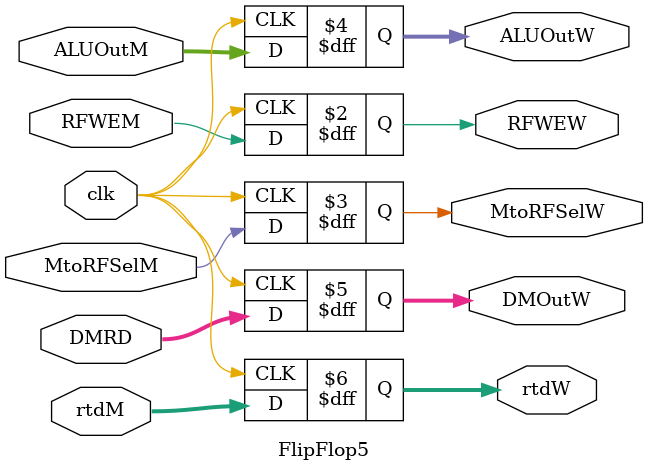
<source format=v>
`timescale 1ns / 1ps


module FlipFlop5(input clk,RFWEM,MtoRFSelM, input[31:0] ALUOutM, DMRD,input [4:0] rtdM,
output reg RFWEW,MtoRFSelW,output reg [31:0] ALUOutW,DMOutW,output reg [4:0] rtdW

    );
    always @ (posedge clk)
    begin
    RFWEW<=RFWEM;
    MtoRFSelW<= MtoRFSelM;
    ALUOutW<= ALUOutM;
    DMOutW<= DMRD;
    rtdW <= rtdM;
    end
endmodule

</source>
